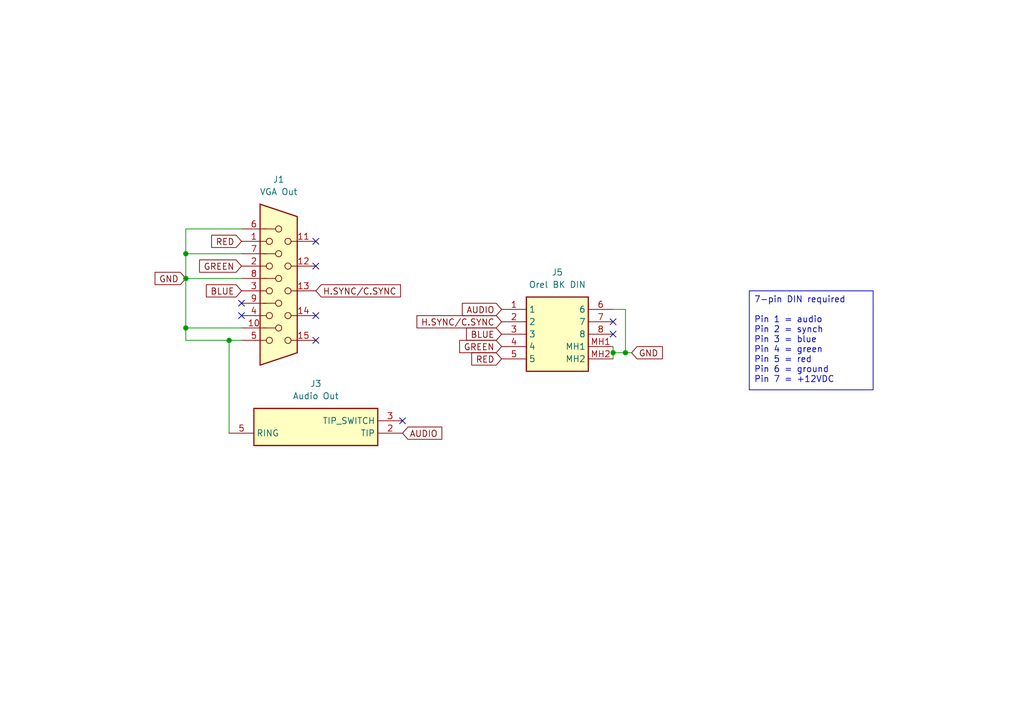
<source format=kicad_sch>
(kicad_sch (version 20250114) (generator "eeschema") (generator_version "9.0")
  (paper "A5")
  (title_block (title "Orel BK DIN to VGA") (date "19/NOV/2025") (rev "A") (company "Brett Hallen") (comment 1 "www.youtube.com/@Brfff"))
  (lib_symbols
    (symbol "Clueless_Engineer:671-0801"
      (property "Reference" "J" (at 19.05 7.62 0))
      (property "Value" "671-0801" (at 19.05 5.08 0))
      (symbol "671-0801_1_1"
        (rectangle (start 5.08 2.54) (end 17.78 -12.7) (stroke (width 0.254)) (fill (type background)))
        (pin passive line (at 0 0 0) (length 5.08) (name "1") (number "1"))
        (pin passive line (at 0 -2.54 0) (length 5.08) (name "2") (number "2"))
        (pin passive line (at 0 -5.08 0) (length 5.08) (name "3") (number "3"))
        (pin passive line (at 0 -7.62 0) (length 5.08) (name "4") (number "4"))
        (pin passive line (at 0 -10.16 0) (length 5.08) (name "5") (number "5"))
        (pin passive line (at 22.86 0 180) (length 5.08) (name "6") (number "6"))
        (pin passive line (at 22.86 -2.54 180) (length 5.08) (name "7") (number "7"))
        (pin passive line (at 22.86 -5.08 180) (length 5.08) (name "8") (number "8"))
        (pin passive line (at 22.86 -7.62 180) (length 5.08) (name "MH1") (number "MH1"))
        (pin passive line (at 22.86 -10.16 180) (length 5.08) (name "MH2") (number "MH2"))
      )
    )
    (symbol "Clueless_Engineer:SJ3-350820B-TR"
      (property "Reference" "J" (at 31.75 7.62 0))
      (property "Value" "SJ3-350820B-TR" (at 31.75 5.08 0))
      (symbol "SJ3-350820B-TR_1_1"
        (rectangle (start 5.08 2.54) (end 30.48 -5.08) (stroke (width 0.254)) (fill (type background)))
        (pin passive line (at 0 0 0) (length 5.08) (name "TIP") (number "2"))
        (pin passive line (at 0 -2.54 0) (length 5.08) (name "TIP_SWITCH") (number "3"))
        (pin passive line (at 35.56 0 180) (length 5.08) (name "RING") (number "5"))
      )
    )
    (symbol "Connector:DE15_Socket_HighDensity" (pin_names (offset 1.016) (hide yes))
      (property "Reference" "J" (at 0 21.59 0))
      (property "Value" "DE15_Socket_HighDensity" (at 0 19.05 0))
      (symbol "DE15_Socket_HighDensity_0_1"
        (polyline (pts (xy -3.81 17.78) (xy -3.81 -15.24) (xy 3.81 -12.7) (xy 3.81 15.24) (xy -3.81 17.78)) (stroke (width 0.254)) (fill (type background)))
        (polyline (pts (xy -3.175 7.62) (xy -0.635 7.62)))
        (circle (center -1.905 10.16) (radius 0.635))
        (circle (center -1.905 5.08) (radius 0.635))
        (circle (center -1.905 0) (radius 0.635))
        (circle (center -1.905 -5.08) (radius 0.635))
        (circle (center -1.905 -10.16) (radius 0.635))
        (polyline (pts (xy -0.635 12.7) (xy -3.175 12.7)))
        (polyline (pts (xy -0.635 2.54) (xy -3.175 2.54)))
        (polyline (pts (xy -0.635 -2.54) (xy -3.175 -2.54)))
        (polyline (pts (xy -0.635 -7.62) (xy -3.175 -7.62)))
        (circle (center 0 12.7) (radius 0.635))
        (circle (center 0 7.62) (radius 0.635))
        (circle (center 0 2.54) (radius 0.635))
        (circle (center 0 -2.54) (radius 0.635))
        (circle (center 0 -7.62) (radius 0.635))
        (circle (center 1.905 10.16) (radius 0.635))
        (circle (center 1.905 5.08) (radius 0.635))
        (circle (center 1.905 0) (radius 0.635))
        (circle (center 1.905 -5.08) (radius 0.635))
        (circle (center 1.905 -10.16) (radius 0.635))
      )
      (symbol "DE15_Socket_HighDensity_1_1"
        (pin passive line (at -7.62 12.7 0) (length 5.08) (name "~") (number "6"))
        (pin passive line (at -7.62 10.16 0) (length 5.08) (name "~") (number "1"))
        (pin passive line (at -7.62 7.62 0) (length 5.08) (name "~") (number "7"))
        (pin passive line (at -7.62 5.08 0) (length 5.08) (name "~") (number "2"))
        (pin passive line (at -7.62 2.54 0) (length 5.08) (name "~") (number "8"))
        (pin passive line (at -7.62 0 0) (length 5.08) (name "~") (number "3"))
        (pin passive line (at -7.62 -2.54 0) (length 5.08) (name "~") (number "9"))
        (pin passive line (at -7.62 -5.08 0) (length 5.08) (name "~") (number "4"))
        (pin passive line (at -7.62 -7.62 0) (length 5.08) (name "~") (number "10"))
        (pin passive line (at -7.62 -10.16 0) (length 5.08) (name "~") (number "5"))
        (pin passive line (at 7.62 10.16 180) (length 5.08) (name "~") (number "11"))
        (pin passive line (at 7.62 5.08 180) (length 5.08) (name "~") (number "12"))
        (pin passive line (at 7.62 0 180) (length 5.08) (name "~") (number "13"))
        (pin passive line (at 7.62 -5.08 180) (length 5.08) (name "~") (number "14"))
        (pin passive line (at 7.62 -10.16 180) (length 5.08) (name "~") (number "15"))
      )
    )
  )
  (text_box "7-pin DIN required\n\nPin 1 = audio\nPin 2 = synch\nPin 3 = blue\nPin 4 = green\nPin 5 = red\nPin 6 = ground\nPin 7 = +12VDC" (at 153.67 59.69 0) (size 25.4 20.32) (margins 0.9525 0.9525 0.9525 0.9525) (effects (font (size 1.27 1.27)) (justify left top)))
  (junction (at 38.1 57.15))
  (junction (at 38.1 52.07))
  (junction (at 38.1 67.31))
  (junction (at 128.27 72.39))
  (junction (at 46.99 69.85))
  (junction (at 125.73 72.39))
  (no_connect (at 64.77 69.85))
  (no_connect (at 64.77 54.61))
  (no_connect (at 49.53 64.77))
  (no_connect (at 125.73 68.58))
  (no_connect (at 82.55 86.36))
  (no_connect (at 64.77 49.53))
  (no_connect (at 49.53 62.23))
  (no_connect (at 64.77 64.77))
  (no_connect (at 125.73 66.04))
  (wire (pts (xy 38.1 67.31) (xy 49.53 67.31)))
  (wire (pts (xy 38.1 57.15) (xy 38.1 67.31)))
  (wire (pts (xy 38.1 46.99) (xy 49.53 46.99)))
  (wire (pts (xy 49.53 69.85) (xy 46.99 69.85)))
  (wire (pts (xy 46.99 69.85) (xy 38.1 69.85)))
  (wire (pts (xy 128.27 72.39) (xy 125.73 72.39)))
  (wire (pts (xy 38.1 57.15) (xy 49.53 57.15)))
  (wire (pts (xy 125.73 72.39) (xy 125.73 73.66)))
  (wire (pts (xy 128.27 63.5) (xy 125.73 63.5)))
  (wire (pts (xy 125.73 71.12) (xy 125.73 72.39)))
  (wire (pts (xy 129.54 72.39) (xy 128.27 72.39)))
  (wire (pts (xy 38.1 57.15) (xy 38.1 52.07)))
  (wire (pts (xy 38.1 69.85) (xy 38.1 67.31)))
  (wire (pts (xy 38.1 52.07) (xy 38.1 46.99)))
  (wire (pts (xy 128.27 72.39) (xy 128.27 63.5)))
  (wire (pts (xy 38.1 52.07) (xy 49.53 52.07)))
  (wire (pts (xy 46.99 69.85) (xy 46.99 88.9)))
  (global_label "AUDIO" (shape input) (at 102.87 63.5 180) (property "Intersheetrefs" "${INTERSHEET_REFS}" (effects (hide yes))))
  (global_label "RED" (shape input) (at 102.87 73.66 180) (property "Intersheetrefs" "${INTERSHEET_REFS}" (effects (hide yes))))
  (global_label "BLUE" (shape input) (at 49.53 59.69 180) (property "Intersheetrefs" "${INTERSHEET_REFS}" (effects (hide yes))))
  (global_label "GND" (shape input) (at 38.1 57.15 180) (property "Intersheetrefs" "${INTERSHEET_REFS}" (effects (hide yes))))
  (global_label "AUDIO" (shape input) (at 82.55 88.9 0) (property "Intersheetrefs" "${INTERSHEET_REFS}" (effects (hide yes))))
  (global_label "GREEN" (shape input) (at 102.87 71.12 180) (property "Intersheetrefs" "${INTERSHEET_REFS}" (effects (hide yes))))
  (global_label "GREEN" (shape input) (at 49.53 54.61 180) (property "Intersheetrefs" "${INTERSHEET_REFS}" (effects (hide yes))))
  (global_label "RED" (shape input) (at 49.53 49.53 180) (property "Intersheetrefs" "${INTERSHEET_REFS}" (effects (hide yes))))
  (global_label "BLUE" (shape input) (at 102.87 68.58 180) (property "Intersheetrefs" "${INTERSHEET_REFS}" (effects (hide yes))))
  (global_label "H.SYNC{slash}C.SYNC" (shape input) (at 102.87 66.04 180) (property "Intersheetrefs" "${INTERSHEET_REFS}" (effects (hide yes))))
  (global_label "GND" (shape input) (at 129.54 72.39 0) (property "Intersheetrefs" "${INTERSHEET_REFS}" (effects (hide yes))))
  (global_label "H.SYNC{slash}C.SYNC" (shape input) (at 64.77 59.69 0) (property "Intersheetrefs" "${INTERSHEET_REFS}" (effects (hide yes))))
  (symbol (lib_id "Clueless_Engineer:671-0801") (at 102.87 63.5 0) (unit 1)
    (property "Reference" "J5" (at 114.3 55.88 0))
    (property "Value" "Orel BK DIN" (at 114.3 58.42 0))
    (property "Footprint" "Clueless_Engineer:6710801" (effects (hide yes)))
    (property "Datasheet" "https://www.mouser.co.uk/datasheet/2/458/deltron-671-0401-4-way-din-socket-data-1859903.pdf" (effects (hide yes)))
    (property "Description" "Deltron 8 Pole Right Angle Din Socket Socket, 2A, 100 V ac, Lockable" (effects (hide yes)))
    (property "Height" "19.5" (effects (hide yes)))
    (property "Manufacturer_Name" "DELTRON COMPONENTS" (effects (hide yes)))
    (property "Manufacturer_Part_Number" "671-0801" (effects (hide yes)))
  )
  (symbol (lib_id "Connector:DE15_Socket_HighDensity") (at 57.15 59.69 0) (unit 1)
    (property "Reference" "J1" (at 57.15 36.83 0))
    (property "Value" "VGA Out" (at 57.15 39.37 0))
    (property "Footprint" "Connector_Dsub:DSUB-15-HD_Socket_Horizontal_P2.29x2.54mm_EdgePinOffset8.35mm_Housed_MountingHolesOffset10.89mm" (effects (hide yes)))
    (property "Description" "15-pin D-SUB connector, socket (female), High density (3 columns), Triple Row, Generic, VGA-connector" (effects (hide yes)))
  )
  (symbol (lib_id "Clueless_Engineer:SJ3-350820B-TR") (at 82.55 88.9 180) (unit 1)
    (property "Reference" "J3" (at 64.77 78.74 0))
    (property "Value" "Audio Out" (at 64.77 81.28 0))
    (property "Footprint" "Clueless_Engineer:SJ3350820BTR" (effects (hide yes)))
    (property "Datasheet" "https://www.sameskydevices.com/product/resource/supplyframepdf/sj3-3508x.pdf" (effects (hide yes)))
    (property "Description" "3.5 mm Stereo Jack, Through Hole, 2 Conductors, 1 Internal Switches,  Tape & Reel Packaging" (effects (hide yes)))
    (property "Height" "5.3" (effects (hide yes)))
    (property "Mouser Part Number" "179-SJ3-350820B-TR" (effects (hide yes)))
    (property "Mouser Price/Stock" "https://www.mouser.co.uk/ProductDetail/Same-Sky/SJ3-350820B-TR?qs=IKkN%2F947nfBCsohFK16iQg%3D%3D" (effects (hide yes)))
    (property "Manufacturer_Name" "Same Sky" (effects (hide yes)))
    (property "Manufacturer_Part_Number" "SJ3-350820B-TR" (effects (hide yes)))
  )
)
</source>
